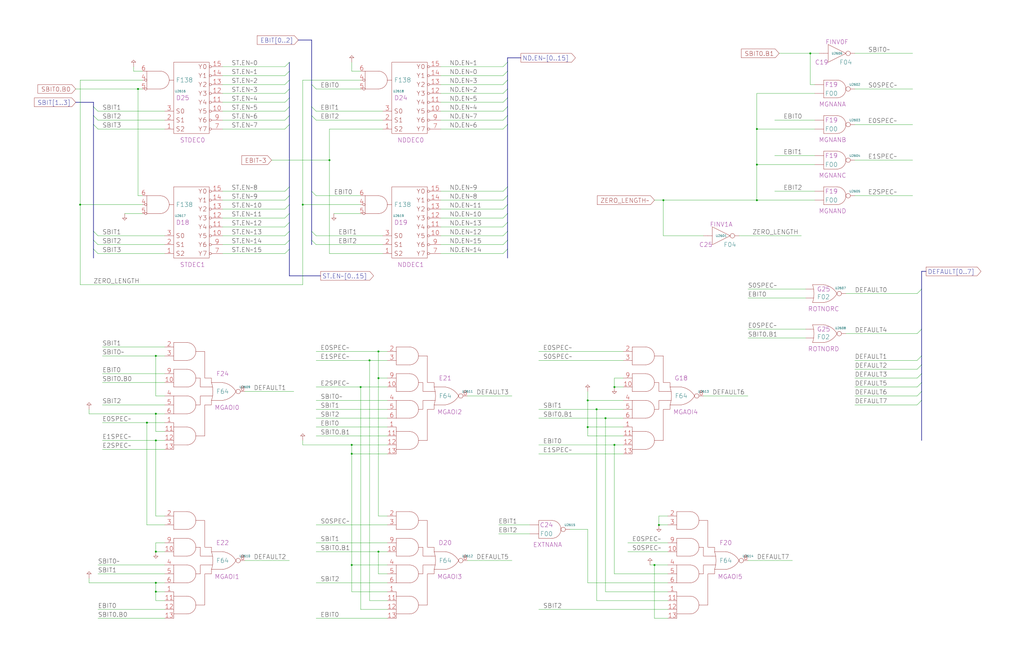
<source format=kicad_sch>
(kicad_sch (version 20250114) (generator "eeschema") (generator_version "9.0")
  (paper "User" 584.2 378.46)
  (title_block (title "MERGE MASK BYTE CONTROL") (date "20-MAR-90") (rev "1.0") (comment 1 "FIU") (comment 2 "232-003065") (comment 3 "S400") (comment 4 "RELEASED"))
  (lib_symbols
    (symbol "r1000:F00" (pin_numbers (hide yes)) (pin_names (hide yes))
      (property "Reference" "U" (at 15.24 0 0))
      (property "Value" "F00" (at 1.905 -5.08 0))
      (property "Location" "___" (at 1.905 0 0))
      (property "Name" "______" (at 2.54 -12.7 0))
      (symbol "F00_0_1"
        (polyline (pts (xy -2.54 2.54) (xy -2.54 -7.62)) (stroke (width 0.1524)))
        (polyline (pts (xy -2.54 2.54) (xy 5.08 2.54)) (stroke (width 0.1524)))
        (polyline (pts (xy -2.54 -7.62) (xy 5.08 -7.62)) (stroke (width 0.1524)))
        (arc (start 5.08 2.54) (mid 10.1281 -2.54) (end 5.08 -7.62) (stroke (width 0.1524)))
        (circle (center 11.43 -2.54) (radius 1.27) (stroke (width 0.1524)))
      )
      (symbol "F00_0_2"
        (arc (start -3.175 2.54) (mid -2.134 -2.54) (end -3.175 -7.62) (stroke (width 0.1524)))
        (circle (center -3.81 0) (radius 1.27) (stroke (width 0.1524)))
        (circle (center -3.81 -5.08) (radius 1.27) (stroke (width 0.1524)))
        (polyline (pts (xy -3.175 2.54) (xy 3.81 2.54)) (stroke (width 0.1524)))
        (polyline (pts (xy -3.175 -7.62) (xy 3.81 -7.62)) (stroke (width 0.1524)))
        (arc (start 3.81 2.54) (mid 7.5828 0.7472) (end 10.16 -2.54) (stroke (width 0.1524)))
        (arc (start 10.16 -2.54) (mid 7.5855 -5.8306) (end 3.81 -7.62) (stroke (width 0.1524)))
      )
      (symbol "F00_1_1"
        (pin input line (at -7.62 0 0) (length 5.08) (name "D0") (number "1"))
        (pin input line (at -7.62 -5.08 0) (length 5.08) (name "D1") (number "2"))
        (pin output line (at 15.24 -2.54 180) (length 2.54) (name "Q") (number "3"))
      )
      (symbol "F00_1_2"
        (pin input line (at -7.62 0 0) (length 2.54) (name "D0") (number "1"))
        (pin input line (at -7.62 -5.08 0) (length 2.54) (name "D1") (number "2"))
        (pin output line (at 15.24 -2.54 180) (length 5.08) (name "Q") (number "3"))
      )
    )
    (symbol "r1000:F02" (pin_numbers (hide yes)) (pin_names (hide yes))
      (property "Reference" "U" (at 12.16 0.635 0))
      (property "Value" "F02" (at -1.27 -4.445 0))
      (property "Location" "___" (at 2.54 0 0))
      (property "Name" "______" (at 2.54 -12.7 0))
      (symbol "F02_0_1"
        (arc (start -3.81 2.54) (mid -2.9847 -2.54) (end -3.81 -7.62) (stroke (width 0.1524)))
        (polyline (pts (xy -5.08 0) (xy -3.175 0)) (stroke (width 0.1524)))
        (polyline (pts (xy -5.08 -5.08) (xy -3.175 -5.08)) (stroke (width 0.1524)))
        (polyline (pts (xy -3.81 2.54) (xy 2.54 2.54)) (stroke (width 0.1524)))
        (polyline (pts (xy -3.81 -7.62) (xy 2.54 -7.62)) (stroke (width 0.1524)))
        (arc (start 2.54 2.54) (mid 6.9477 0.8966) (end 10.16 -2.54) (stroke (width 0.1524)))
        (arc (start 10.16 -2.54) (mid 6.9515 -5.9823) (end 2.54 -7.62) (stroke (width 0.1524)))
        (circle (center 11.43 -2.54) (radius 1.27) (stroke (width 0.1524)))
        (polyline (pts (xy 13.97 -2.54) (xy 12.7 -2.54)) (stroke (width 0.1524)))
      )
      (symbol "F02_0_2"
        (circle (center -3.81 0) (radius 1.27) (stroke (width 0.1524)))
        (circle (center -3.81 -5.08) (radius 1.27) (stroke (width 0.1524)))
        (polyline (pts (xy -2.54 2.54) (xy -2.54 -7.62)) (stroke (width 0.1524)))
        (polyline (pts (xy -2.54 2.54) (xy 5.08 2.54)) (stroke (width 0.1524)))
        (polyline (pts (xy -2.54 -7.62) (xy 5.08 -7.62)) (stroke (width 0.1524)))
        (arc (start 5.08 2.54) (mid 10.1281 -2.54) (end 5.08 -7.62) (stroke (width 0.1524)))
        (polyline (pts (xy 11.43 -2.54) (xy 10.16 -2.54)) (stroke (width 0.1524)))
        (polyline (pts (xy 11.43 -2.54) (xy 12.7 -2.54)) (stroke (width 0.1524)))
      )
      (symbol "F02_1_1"
        (pin input line (at -7.62 0 0) (length 2.54) (name "D0") (number "1"))
        (pin input line (at -7.62 -5.08 0) (length 2.54) (name "D1") (number "2"))
        (pin output line (at 15.24 -2.54 180) (length 1.27) (name "Q") (number "3"))
      )
      (symbol "F02_1_2"
        (pin input line (at -7.62 0 0) (length 2.54) (name "D0") (number "1"))
        (pin input line (at -7.62 -5.08 0) (length 2.54) (name "D1") (number "2"))
        (pin output line (at 15.24 -2.54 180) (length 2.54) (name "Q") (number "3"))
      )
    )
    (symbol "r1000:F04" (pin_numbers (hide yes)) (pin_names (hide yes))
      (property "Reference" "U" (at 0 0 0))
      (property "Value" "F04" (at 1.27 -5.08 0))
      (property "Location" "___" (at -12.7 -5.08 0))
      (property "Name" "______" (at 0 5.08 0))
      (symbol "F04_0_1"
        (polyline (pts (xy -7.62 0) (xy -5.08 0)) (stroke (width 0.1524)))
        (polyline (pts (xy -5.08 5.08) (xy -5.08 -5.08)) (stroke (width 0.1524)))
        (polyline (pts (xy 5.08 0) (xy -5.08 5.08)) (stroke (width 0.1524)))
        (polyline (pts (xy 5.08 0) (xy -5.08 -5.08)) (stroke (width 0.1524)))
        (circle (center 6.35 0) (radius 1.27) (stroke (width 0.1524)))
      )
      (symbol "F04_1_1"
        (pin input line (at -10.16 0 0) (length 2.54) (name "D0") (number "1"))
        (pin output line (at 10.16 0 180) (length 2.54) (name "Q") (number "2"))
      )
    )
    (symbol "r1000:F138" (pin_names (offset 1.016) (hide yes))
      (property "Reference" "U" (at 1.27 3.81 0))
      (property "Value" "F138" (at -1.27 10.16 0))
      (property "Location" "___" (at -1.27 0 0))
      (property "Name" "______" (at 8.255 -24.13 0))
      (symbol "F138_0_0"
        (polyline (pts (xy -17.78 15.24) (xy -10.16 15.24)) (stroke (width 0.1524)))
        (polyline (pts (xy -17.78 5.08) (xy -10.16 5.08)) (stroke (width 0.1524)))
        (arc (start -10.16 15.24) (mid -6.5679 13.7521) (end -5.08 10.16) (stroke (width 0.1524)))
        (arc (start -5.08 10.16) (mid -6.5679 6.5679) (end -10.16 5.08) (stroke (width 0.1524)))
      )
      (symbol "F138_0_1"
        (polyline (pts (xy -19.05 15.24) (xy -17.78 15.24)) (stroke (width 0.1524)))
        (circle (center -18.415 10.16) (radius 0.635) (stroke (width 0.1524)))
        (circle (center -18.415 5.08) (radius 0.635) (stroke (width 0.1524)))
        (polyline (pts (xy -17.78 15.24) (xy -17.78 5.08)) (stroke (width 0.1524)))
        (rectangle (start -2.54 20.32) (end 17.78 -20.32) (stroke (width 0.1524)))
        (polyline (pts (xy -2.54 10.16) (xy -5.08 10.16)) (stroke (width 0.1524)))
      )
      (symbol "F138_1_1"
        (circle (center 18.415 17.78) (radius 0.635))
        (circle (center 18.415 12.7) (radius 0.635))
        (circle (center 18.415 7.62) (radius 0.635))
        (circle (center 18.415 2.54) (radius 0.635))
        (circle (center 18.415 -2.54) (radius 0.635))
        (circle (center 18.415 -7.62) (radius 0.635))
        (circle (center 18.415 -12.7) (radius 0.635))
        (circle (center 18.415 -17.78) (radius 0.635))
        (text "S" (at 0 -7.62 0) (effects (font (size 2.54 2.54))))
        (text "S" (at 0 -12.7 0) (effects (font (size 2.54 2.54))))
        (text "S" (at 0 -17.78 0) (effects (font (size 2.54 2.54))))
        (text "0" (at 2.54 -7.62 0) (effects (font (size 2.54 2.54))))
        (text "1" (at 2.54 -12.7 0) (effects (font (size 2.54 2.54))))
        (text "2" (at 2.54 -17.78 0) (effects (font (size 2.54 2.54))))
        (text "Y" (at 12.7 17.78 0) (effects (font (size 2.54 2.54))))
        (text "Y" (at 12.7 12.7 0) (effects (font (size 2.54 2.54))))
        (text "Y" (at 12.7 7.62 0) (effects (font (size 2.54 2.54))))
        (text "Y" (at 12.7 2.54 0) (effects (font (size 2.54 2.54))))
        (text "Y" (at 12.7 -2.54 0) (effects (font (size 2.54 2.54))))
        (text "Y" (at 12.7 -7.62 0) (effects (font (size 2.54 2.54))))
        (text "Y" (at 12.7 -12.7 0) (effects (font (size 2.54 2.54))))
        (text "Y" (at 12.7 -17.78 0) (effects (font (size 2.54 2.54))))
        (text "0" (at 15.24 17.78 0) (effects (font (size 2.54 2.54))))
        (text "1" (at 15.24 12.7 0) (effects (font (size 2.54 2.54))))
        (text "2" (at 15.24 7.62 0) (effects (font (size 2.54 2.54))))
        (text "3" (at 15.24 2.54 0) (effects (font (size 2.54 2.54))))
        (text "4" (at 15.24 -2.54 0) (effects (font (size 2.54 2.54))))
        (text "5" (at 15.24 -7.62 0) (effects (font (size 2.54 2.54))))
        (text "6" (at 15.24 -12.7 0) (effects (font (size 2.54 2.54))))
        (text "7" (at 15.24 -17.78 0) (effects (font (size 2.54 2.54))))
        (pin input line (at -20.32 15.24 0) (length 1.27) (name "D0") (number "6"))
        (pin input line (at -20.32 10.16 0) (length 1.27) (name "D1") (number "4"))
        (pin input line (at -20.32 5.08 0) (length 1.27) (name "D2") (number "5"))
        (pin input line (at -7.62 -7.62 0) (length 5.08) (name "S0") (number "3"))
        (pin input line (at -7.62 -12.7 0) (length 5.08) (name "S1") (number "2"))
        (pin input line (at -7.62 -17.78 0) (length 5.08) (name "S2") (number "1"))
        (pin output line (at 25.4 17.78 180) (length 6.35) (name "Y0_") (number "15"))
        (pin output line (at 25.4 12.7 180) (length 6.35) (name "Y1_") (number "14"))
        (pin output line (at 25.4 7.62 180) (length 6.35) (name "Y2_") (number "13"))
        (pin output line (at 25.4 2.54 180) (length 6.35) (name "Y3_") (number "12"))
        (pin output line (at 25.4 -2.54 180) (length 6.35) (name "Y4_") (number "11"))
        (pin output line (at 25.4 -7.62 180) (length 6.35) (name "Y5_") (number "10"))
        (pin output line (at 25.4 -12.7 180) (length 6.35) (name "Y6_") (number "9"))
        (pin output line (at 25.4 -17.78 180) (length 6.35) (name "Y7_") (number "7"))
      )
    )
    (symbol "r1000:F64" (pin_names (hide yes))
      (property "Reference" "U" (at 15.24 2.54 0))
      (property "Value" "F64" (at 2.54 0 0))
      (property "Location" "___" (at 2.54 10.16 0))
      (property "Name" "______" (at 5.08 -10.62 0))
      (symbol "F64_0_0"
        (polyline (pts (xy -25.4 27.94) (xy -17.78 27.94)) (stroke (width 0.1524)))
        (polyline (pts (xy -25.4 17.78) (xy -17.78 17.78)) (stroke (width 0.1524)))
        (polyline (pts (xy -25.4 12.7) (xy -17.78 12.7)) (stroke (width 0.1524)))
        (polyline (pts (xy -25.4 2.54) (xy -17.78 2.54)) (stroke (width 0.1524)))
        (polyline (pts (xy -25.4 -2.54) (xy -17.78 -2.54)) (stroke (width 0.1524)))
        (polyline (pts (xy -25.4 -12.7) (xy -17.78 -12.7)) (stroke (width 0.1524)))
        (polyline (pts (xy -25.4 -20.32) (xy -17.78 -20.32)) (stroke (width 0.1524)))
        (polyline (pts (xy -25.4 -30.48) (xy -17.78 -30.48)) (stroke (width 0.1524)))
        (arc (start -3.8173 5.08) (mid -2.9926 0) (end -3.8173 -5.08) (stroke (width 0.1524)))
        (arc (start -17.78 27.94) (mid -14.1879 26.4521) (end -12.7 22.86) (stroke (width 0.1524)))
        (arc (start -12.7 22.86) (mid -14.1879 19.2679) (end -17.78 17.78) (stroke (width 0.1524)))
        (arc (start -17.78 12.7) (mid -14.1879 11.2121) (end -12.7 7.62) (stroke (width 0.1524)))
        (arc (start -12.7 7.62) (mid -14.1879 4.0279) (end -17.78 2.54) (stroke (width 0.1524)))
        (arc (start -17.78 -2.54) (mid -14.1879 -4.0279) (end -12.7 -7.62) (stroke (width 0.1524)))
        (arc (start -12.7 -7.62) (mid -14.1879 -11.2121) (end -17.78 -12.7) (stroke (width 0.1524)))
        (arc (start -17.78 -20.32) (mid -14.1879 -21.8079) (end -12.7 -25.4) (stroke (width 0.1524)))
        (arc (start -12.7 -25.4) (mid -14.1879 -28.9921) (end -17.78 -30.48) (stroke (width 0.1524)))
        (polyline (pts (xy -3.81 5.08) (xy 2.54 5.08)) (stroke (width 0.1524)))
        (polyline (pts (xy -3.81 -5.08) (xy 2.54 -5.08)) (stroke (width 0.1524)))
        (arc (start 10.16 0) (mid 6.9504 -3.4407) (end 2.54 -5.08) (stroke (width 0.1524)))
        (arc (start 2.54 5.08) (mid 6.9516 3.4424) (end 10.16 0) (stroke (width 0.1524)))
        (circle (center 11.43 0) (radius 1.27) (stroke (width 0.1524)))
      )
      (symbol "F64_0_1"
        (polyline (pts (xy -25.4 27.94) (xy -25.4 17.78)) (stroke (width 0.1524)))
        (polyline (pts (xy -25.4 12.7) (xy -25.4 2.54)) (stroke (width 0.1524)))
        (polyline (pts (xy -25.4 -2.54) (xy -25.4 -12.7)) (stroke (width 0.1524)))
        (polyline (pts (xy -25.4 -17.78) (xy -25.4 -20.32)) (stroke (width 0.1524)))
        (polyline (pts (xy -25.4 -20.32) (xy -25.4 -30.48)) (stroke (width 0.1524)))
        (polyline (pts (xy -25.4 -33.02) (xy -25.4 -30.48)) (stroke (width 0.1524)))
        (polyline (pts (xy -12.7 7.62) (xy -10.16 7.62) (xy -10.16 2.54) (xy -5.08 2.54)) (stroke (width 0.1524)))
        (polyline (pts (xy -12.7 -7.62) (xy -12.7 -7.62)) (stroke (width 0.1524)))
        (polyline (pts (xy -12.7 -7.62) (xy -10.16 -7.62) (xy -10.16 -2.54) (xy -5.08 -2.54)) (stroke (width 0.1524)))
        (polyline (pts (xy -5.08 2.54) (xy -3.175 2.54)) (stroke (width 0.1524)))
        (polyline (pts (xy -5.08 -2.54) (xy -3.175 -2.54)) (stroke (width 0.1524)))
        (polyline (pts (xy -3.81 5.08) (xy -3.81 7.62) (xy -7.62 7.62) (xy -7.62 22.86) (xy -12.7 22.86)) (stroke (width 0.1524)))
        (polyline (pts (xy -3.81 -5.08) (xy -3.81 -7.62) (xy -7.62 -7.62) (xy -7.62 -25.4) (xy -12.7 -25.4)) (stroke (width 0.1524)))
      )
      (symbol "F64_1_1"
        (pin input line (at -30.48 25.4 0) (length 5.08) (name "A0") (number "2"))
        (pin input line (at -30.48 20.32 0) (length 5.08) (name "A1") (number "3"))
        (pin input line (at -30.48 10.16 0) (length 5.08) (name "B0") (number "9"))
        (pin input line (at -30.48 5.08 0) (length 5.08) (name "B1") (number "10"))
        (pin input line (at -30.48 -2.54 0) (length 5.08) (name "C0") (number "4"))
        (pin input line (at -30.48 -7.62 0) (length 5.08) (name "C1") (number "5"))
        (pin input line (at -30.48 -12.7 0) (length 5.08) (name "C2") (number "6"))
        (pin input line (at -30.48 -17.78 0) (length 5.08) (name "D0") (number "1"))
        (pin input line (at -30.48 -22.86 0) (length 5.08) (name "D1") (number "11"))
        (pin input line (at -30.48 -27.94 0) (length 5.08) (name "D2") (number "12"))
        (pin input line (at -30.48 -33.02 0) (length 5.08) (name "D3") (number "13"))
        (pin output line (at 15.24 0 180) (length 2.54) (name "Q") (number "8"))
      )
    )
    (symbol "r1000:PD" (power) (pin_numbers (hide yes)) (pin_names (hide yes)) (in_bom no)
      (symbol "PD_0_1"
        (polyline (pts (xy 0 -2.54) (xy 1.27 -2.54) (xy 0 -3.81) (xy -1.27 -2.54) (xy 0 -2.54)) (stroke (width 0.1524)))
      )
      (symbol "PD_1_1"
        (pin power_in line (at 0 0 270) (length 2.54) (name "PD") (number "1"))
      )
    )
    (symbol "r1000:PU" (power) (pin_numbers (hide yes)) (pin_names (hide yes))
      (symbol "PU_0_1"
        (polyline (pts (xy 0 2.54) (xy -1.27 2.54) (xy 0 3.81) (xy 1.27 2.54) (xy 0 2.54)) (stroke (width 0.1524)))
      )
      (symbol "PU_1_1"
        (pin power_in line (at 0 0 90) (length 2.54) (name "PU") (number "1"))
      )
    )
  )
  (junction (at 88.9 337.82))
  (junction (at 172.72 116.84))
  (junction (at 350.52 254))
  (junction (at 187.96 91.44))
  (junction (at 215.9 200.66))
  (junction (at 88.9 236.22))
  (junction (at 88.9 332.74))
  (junction (at 78.74 50.8))
  (junction (at 375.92 299.72))
  (junction (at 88.9 314.96))
  (junction (at 345.44 238.76))
  (junction (at 462.28 30.48))
  (junction (at 210.82 205.74))
  (junction (at 215.9 215.9))
  (junction (at 335.28 243.84))
  (junction (at 215.9 314.96))
  (junction (at 431.8 73.66))
  (junction (at 340.36 233.68))
  (junction (at 431.8 114.3))
  (junction (at 200.66 322.58))
  (junction (at 378.46 114.3))
  (junction (at 335.28 228.6))
  (junction (at 200.66 259.08))
  (junction (at 88.9 203.2))
  (junction (at 205.74 220.98))
  (junction (at 200.66 254))
  (junction (at 45.72 116.84))
  (junction (at 83.82 241.3))
  (junction (at 88.9 251.46))
  (junction (at 431.8 93.98))
  (junction (at 350.52 220.98))
  (junction (at 373.38 322.58))
  (bus_entry (at 165.1 60.96) (size -2.54 2.54))
  (bus_entry (at 525.78 165.1) (size -2.54 2.54))
  (bus_entry (at 289.56 106.68) (size -2.54 2.54))
  (bus_entry (at 165.1 137.16) (size -2.54 2.54))
  (bus_entry (at 53.34 142.24) (size 2.54 2.54))
  (bus_entry (at 289.56 50.8) (size -2.54 2.54))
  (bus_entry (at 53.34 71.12) (size 2.54 2.54))
  (bus_entry (at 525.78 187.96) (size -2.54 2.54))
  (bus_entry (at 525.78 208.28) (size -2.54 2.54))
  (bus_entry (at 165.1 121.92) (size -2.54 2.54))
  (bus_entry (at 289.56 60.96) (size -2.54 2.54))
  (bus_entry (at 289.56 127) (size -2.54 2.54))
  (bus_entry (at 53.34 132.08) (size 2.54 2.54))
  (bus_entry (at 289.56 137.16) (size -2.54 2.54))
  (bus_entry (at 53.34 60.96) (size 2.54 2.54))
  (bus_entry (at 165.1 66.04) (size -2.54 2.54))
  (bus_entry (at 289.56 142.24) (size -2.54 2.54))
  (bus_entry (at 289.56 40.64) (size -2.54 2.54))
  (bus_entry (at 165.1 111.76) (size -2.54 2.54))
  (bus_entry (at 165.1 132.08) (size -2.54 2.54))
  (bus_entry (at 165.1 116.84) (size -2.54 2.54))
  (bus_entry (at 289.56 121.92) (size -2.54 2.54))
  (bus_entry (at 165.1 40.64) (size -2.54 2.54))
  (bus_entry (at 177.8 48.26) (size 2.54 2.54))
  (bus_entry (at 165.1 142.24) (size -2.54 2.54))
  (bus_entry (at 177.8 137.16) (size 2.54 2.54))
  (bus_entry (at 165.1 50.8) (size -2.54 2.54))
  (bus_entry (at 165.1 55.88) (size -2.54 2.54))
  (bus_entry (at 525.78 218.44) (size -2.54 2.54))
  (bus_entry (at 289.56 55.88) (size -2.54 2.54))
  (bus_entry (at 525.78 213.36) (size -2.54 2.54))
  (bus_entry (at 53.34 137.16) (size 2.54 2.54))
  (bus_entry (at 165.1 45.72) (size -2.54 2.54))
  (bus_entry (at 53.34 66.04) (size 2.54 2.54))
  (bus_entry (at 177.8 109.22) (size 2.54 2.54))
  (bus_entry (at 525.78 228.6) (size -2.54 2.54))
  (bus_entry (at 165.1 71.12) (size -2.54 2.54))
  (bus_entry (at 289.56 35.56) (size -2.54 2.54))
  (bus_entry (at 177.8 60.96) (size 2.54 2.54))
  (bus_entry (at 177.8 66.04) (size 2.54 2.54))
  (bus_entry (at 289.56 111.76) (size -2.54 2.54))
  (bus_entry (at 289.56 45.72) (size -2.54 2.54))
  (bus_entry (at 525.78 223.52) (size -2.54 2.54))
  (bus_entry (at 165.1 127) (size -2.54 2.54))
  (bus_entry (at 289.56 66.04) (size -2.54 2.54))
  (bus_entry (at 289.56 116.84) (size -2.54 2.54))
  (bus_entry (at 289.56 132.08) (size -2.54 2.54))
  (bus_entry (at 525.78 203.2) (size -2.54 2.54))
  (bus_entry (at 289.56 71.12) (size -2.54 2.54))
  (bus_entry (at 165.1 35.56) (size -2.54 2.54))
  (bus_entry (at 177.8 132.08) (size 2.54 2.54))
  (bus_entry (at 165.1 106.68) (size -2.54 2.54))
  (wire (pts (xy 58.42 203.2) (xy 88.9 203.2)))
  (bus (pts (xy 289.56 132.08) (xy 289.56 137.16)))
  (wire (pts (xy 50.8 236.22) (xy 88.9 236.22)))
  (wire (pts (xy 335.28 243.84) (xy 335.28 228.6)))
  (bus (pts (xy 289.56 121.92) (xy 289.56 127)))
  (bus (pts (xy 43.18 58.42) (xy 53.34 58.42)))
  (wire (pts (xy 218.44 73.66) (xy 187.96 73.66)))
  (wire (pts (xy 441.96 68.58) (xy 464.82 68.58)))
  (wire (pts (xy 375.92 294.64) (xy 375.92 299.72)))
  (bus (pts (xy 165.1 157.48) (xy 182.88 157.48)))
  (wire (pts (xy 251.46 48.26) (xy 287.02 48.26)))
  (bus (pts (xy 525.78 223.52) (xy 525.78 228.6)))
  (wire (pts (xy 375.92 299.72) (xy 381 299.72)))
  (wire (pts (xy 215.9 294.64) (xy 215.9 215.9)))
  (wire (pts (xy 55.88 327.66) (xy 93.98 327.66)))
  (wire (pts (xy 180.34 68.58) (xy 218.44 68.58)))
  (wire (pts (xy 200.66 254) (xy 220.98 254)))
  (wire (pts (xy 200.66 259.08) (xy 200.66 254)))
  (wire (pts (xy 482.6 167.64) (xy 523.24 167.64)))
  (wire (pts (xy 464.82 53.34) (xy 431.8 53.34)))
  (wire (pts (xy 172.72 45.72) (xy 205.74 45.72)))
  (wire (pts (xy 251.46 134.62) (xy 287.02 134.62)))
  (wire (pts (xy 345.44 238.76) (xy 355.6 238.76)))
  (wire (pts (xy 373.38 353.06) (xy 381 353.06)))
  (wire (pts (xy 127 139.7) (xy 162.56 139.7)))
  (wire (pts (xy 431.8 93.98) (xy 431.8 114.3)))
  (wire (pts (xy 345.44 337.82) (xy 345.44 238.76)))
  (wire (pts (xy 180.34 248.92) (xy 220.98 248.92)))
  (wire (pts (xy 251.46 53.34) (xy 287.02 53.34)))
  (bus (pts (xy 289.56 33.02) (xy 289.56 35.56)))
  (wire (pts (xy 127 43.18) (xy 162.56 43.18)))
  (wire (pts (xy 200.66 322.58) (xy 200.66 259.08)))
  (wire (pts (xy 218.44 144.78) (xy 187.96 144.78)))
  (wire (pts (xy 251.46 68.58) (xy 287.02 68.58)))
  (wire (pts (xy 381 327.66) (xy 350.52 327.66)))
  (wire (pts (xy 378.46 114.3) (xy 431.8 114.3)))
  (wire (pts (xy 205.74 347.98) (xy 205.74 220.98)))
  (wire (pts (xy 88.9 337.82) (xy 88.9 332.74)))
  (bus (pts (xy 289.56 66.04) (xy 289.56 71.12)))
  (wire (pts (xy 431.8 73.66) (xy 431.8 93.98)))
  (wire (pts (xy 421.64 134.62) (xy 457.2 134.62)))
  (wire (pts (xy 55.88 73.66) (xy 93.98 73.66)))
  (wire (pts (xy 81.28 45.72) (xy 45.72 45.72)))
  (wire (pts (xy 55.88 353.06) (xy 93.98 353.06)))
  (bus (pts (xy 165.1 111.76) (xy 165.1 116.84)))
  (wire (pts (xy 55.88 347.98) (xy 93.98 347.98)))
  (wire (pts (xy 307.34 347.98) (xy 381 347.98)))
  (wire (pts (xy 180.34 314.96) (xy 215.9 314.96)))
  (bus (pts (xy 289.56 33.02) (xy 297.18 33.02)))
  (wire (pts (xy 355.6 248.92) (xy 335.28 248.92)))
  (wire (pts (xy 220.98 337.82) (xy 200.66 337.82)))
  (wire (pts (xy 93.98 226.06) (xy 88.9 226.06)))
  (wire (pts (xy 93.98 299.72) (xy 83.82 299.72)))
  (wire (pts (xy 200.66 40.64) (xy 200.66 35.56)))
  (wire (pts (xy 58.42 251.46) (xy 88.9 251.46)))
  (wire (pts (xy 55.88 139.7) (xy 93.98 139.7)))
  (wire (pts (xy 335.28 228.6) (xy 355.6 228.6)))
  (wire (pts (xy 180.34 299.72) (xy 220.98 299.72)))
  (bus (pts (xy 53.34 60.96) (xy 53.34 66.04)))
  (wire (pts (xy 205.74 40.64) (xy 200.66 40.64)))
  (bus (pts (xy 525.78 154.94) (xy 525.78 165.1)))
  (bus (pts (xy 177.8 60.96) (xy 177.8 66.04)))
  (wire (pts (xy 307.34 259.08) (xy 355.6 259.08)))
  (wire (pts (xy 127 58.42) (xy 162.56 58.42)))
  (wire (pts (xy 83.82 299.72) (xy 83.82 241.3)))
  (wire (pts (xy 251.46 38.1) (xy 287.02 38.1)))
  (bus (pts (xy 289.56 50.8) (xy 289.56 55.88)))
  (wire (pts (xy 180.34 233.68) (xy 220.98 233.68)))
  (wire (pts (xy 127 129.54) (xy 162.56 129.54)))
  (wire (pts (xy 431.8 114.3) (xy 464.82 114.3)))
  (bus (pts (xy 53.34 58.42) (xy 53.34 60.96)))
  (wire (pts (xy 307.34 254) (xy 350.52 254)))
  (wire (pts (xy 205.74 220.98) (xy 220.98 220.98)))
  (wire (pts (xy 190.5 121.92) (xy 205.74 121.92)))
  (wire (pts (xy 71.12 121.92) (xy 81.28 121.92)))
  (wire (pts (xy 127 73.66) (xy 162.56 73.66)))
  (wire (pts (xy 172.72 254) (xy 172.72 251.46)))
  (bus (pts (xy 165.1 116.84) (xy 165.1 121.92)))
  (bus (pts (xy 177.8 22.86) (xy 177.8 48.26)))
  (wire (pts (xy 180.34 238.76) (xy 220.98 238.76)))
  (wire (pts (xy 127 124.46) (xy 162.56 124.46)))
  (wire (pts (xy 215.9 200.66) (xy 220.98 200.66)))
  (bus (pts (xy 165.1 60.96) (xy 165.1 66.04)))
  (wire (pts (xy 220.98 215.9) (xy 215.9 215.9)))
  (bus (pts (xy 177.8 48.26) (xy 177.8 60.96)))
  (wire (pts (xy 381 322.58) (xy 373.38 322.58)))
  (bus (pts (xy 289.56 55.88) (xy 289.56 60.96)))
  (bus (pts (xy 53.34 142.24) (xy 53.34 147.32)))
  (wire (pts (xy 401.32 226.06) (xy 426.72 226.06)))
  (wire (pts (xy 464.82 48.26) (xy 462.28 48.26)))
  (wire (pts (xy 340.36 342.9) (xy 340.36 233.68)))
  (wire (pts (xy 355.6 215.9) (xy 350.52 215.9)))
  (bus (pts (xy 289.56 106.68) (xy 289.56 111.76)))
  (wire (pts (xy 251.46 58.42) (xy 287.02 58.42)))
  (wire (pts (xy 139.7 320.04) (xy 165.1 320.04)))
  (bus (pts (xy 165.1 40.64) (xy 165.1 45.72)))
  (bus (pts (xy 525.78 208.28) (xy 525.78 213.36)))
  (wire (pts (xy 462.28 30.48) (xy 462.28 48.26)))
  (wire (pts (xy 88.9 246.38) (xy 88.9 236.22)))
  (wire (pts (xy 370.84 322.58) (xy 373.38 322.58)))
  (wire (pts (xy 487.68 215.9) (xy 523.24 215.9)))
  (wire (pts (xy 205.74 116.84) (xy 172.72 116.84)))
  (bus (pts (xy 165.1 121.92) (xy 165.1 127)))
  (bus (pts (xy 289.56 137.16) (xy 289.56 142.24)))
  (wire (pts (xy 251.46 109.22) (xy 287.02 109.22)))
  (wire (pts (xy 88.9 251.46) (xy 93.98 251.46)))
  (wire (pts (xy 93.98 294.64) (xy 88.9 294.64)))
  (wire (pts (xy 88.9 337.82) (xy 93.98 337.82)))
  (bus (pts (xy 177.8 66.04) (xy 177.8 109.22)))
  (wire (pts (xy 335.28 223.52) (xy 335.28 228.6)))
  (wire (pts (xy 187.96 144.78) (xy 187.96 91.44)))
  (wire (pts (xy 266.7 226.06) (xy 292.1 226.06)))
  (wire (pts (xy 373.38 322.58) (xy 373.38 353.06)))
  (wire (pts (xy 180.34 134.62) (xy 218.44 134.62)))
  (wire (pts (xy 50.8 332.74) (xy 88.9 332.74)))
  (wire (pts (xy 251.46 114.3) (xy 287.02 114.3)))
  (wire (pts (xy 81.28 40.64) (xy 76.2 40.64)))
  (wire (pts (xy 58.42 241.3) (xy 83.82 241.3)))
  (bus (pts (xy 165.1 66.04) (xy 165.1 71.12)))
  (wire (pts (xy 350.52 254) (xy 355.6 254)))
  (wire (pts (xy 172.72 116.84) (xy 172.72 162.56)))
  (wire (pts (xy 180.34 353.06) (xy 220.98 353.06)))
  (bus (pts (xy 53.34 66.04) (xy 53.34 71.12)))
  (wire (pts (xy 426.72 170.18) (xy 459.74 170.18)))
  (wire (pts (xy 350.52 220.98) (xy 355.6 220.98)))
  (wire (pts (xy 487.68 220.98) (xy 523.24 220.98)))
  (wire (pts (xy 180.34 200.66) (xy 215.9 200.66)))
  (wire (pts (xy 350.52 215.9) (xy 350.52 220.98)))
  (wire (pts (xy 180.34 220.98) (xy 205.74 220.98)))
  (bus (pts (xy 53.34 132.08) (xy 53.34 137.16)))
  (bus (pts (xy 289.56 127) (xy 289.56 132.08)))
  (wire (pts (xy 307.34 205.74) (xy 355.6 205.74)))
  (bus (pts (xy 165.1 132.08) (xy 165.1 137.16)))
  (wire (pts (xy 127 38.1) (xy 162.56 38.1)))
  (wire (pts (xy 180.34 111.76) (xy 205.74 111.76)))
  (bus (pts (xy 165.1 142.24) (xy 165.1 157.48)))
  (wire (pts (xy 127 53.34) (xy 162.56 53.34)))
  (wire (pts (xy 180.34 332.74) (xy 220.98 332.74)))
  (wire (pts (xy 487.68 111.76) (xy 520.7 111.76)))
  (bus (pts (xy 165.1 50.8) (xy 165.1 55.88)))
  (wire (pts (xy 358.14 309.88) (xy 381 309.88)))
  (wire (pts (xy 88.9 309.88) (xy 88.9 314.96)))
  (wire (pts (xy 200.66 337.82) (xy 200.66 322.58)))
  (wire (pts (xy 284.48 304.8) (xy 302.26 304.8)))
  (wire (pts (xy 220.98 327.66) (xy 215.9 327.66)))
  (wire (pts (xy 487.68 50.8) (xy 520.7 50.8)))
  (wire (pts (xy 93.98 342.9) (xy 88.9 342.9)))
  (wire (pts (xy 58.42 213.36) (xy 93.98 213.36)))
  (wire (pts (xy 335.28 332.74) (xy 381 332.74)))
  (bus (pts (xy 525.78 154.94) (xy 528.32 154.94)))
  (wire (pts (xy 127 109.22) (xy 162.56 109.22)))
  (wire (pts (xy 172.72 254) (xy 200.66 254)))
  (wire (pts (xy 220.98 294.64) (xy 215.9 294.64)))
  (wire (pts (xy 431.8 93.98) (xy 464.82 93.98)))
  (wire (pts (xy 482.6 190.5) (xy 523.24 190.5)))
  (wire (pts (xy 127 114.3) (xy 162.56 114.3)))
  (wire (pts (xy 172.72 45.72) (xy 172.72 116.84)))
  (wire (pts (xy 251.46 63.5) (xy 287.02 63.5)))
  (wire (pts (xy 55.88 322.58) (xy 93.98 322.58)))
  (wire (pts (xy 81.28 111.76) (xy 78.74 111.76)))
  (wire (pts (xy 251.46 73.66) (xy 287.02 73.66)))
  (wire (pts (xy 444.5 30.48) (xy 462.28 30.48)))
  (wire (pts (xy 127 63.5) (xy 162.56 63.5)))
  (wire (pts (xy 426.72 193.04) (xy 459.74 193.04)))
  (bus (pts (xy 165.1 55.88) (xy 165.1 60.96)))
  (bus (pts (xy 165.1 35.56) (xy 165.1 40.64)))
  (wire (pts (xy 340.36 233.68) (xy 355.6 233.68)))
  (wire (pts (xy 45.72 162.56) (xy 172.72 162.56)))
  (wire (pts (xy 431.8 53.34) (xy 431.8 73.66)))
  (wire (pts (xy 127 144.78) (xy 162.56 144.78)))
  (wire (pts (xy 307.34 233.68) (xy 340.36 233.68)))
  (bus (pts (xy 177.8 137.16) (xy 177.8 139.7)))
  (bus (pts (xy 525.78 228.6) (xy 525.78 251.46)))
  (wire (pts (xy 50.8 332.74) (xy 50.8 330.2)))
  (bus (pts (xy 289.56 142.24) (xy 289.56 147.32)))
  (wire (pts (xy 215.9 314.96) (xy 220.98 314.96)))
  (wire (pts (xy 45.72 116.84) (xy 45.72 162.56)))
  (wire (pts (xy 78.74 111.76) (xy 78.74 50.8)))
  (wire (pts (xy 358.14 314.96) (xy 381 314.96)))
  (wire (pts (xy 127 68.58) (xy 162.56 68.58)))
  (wire (pts (xy 50.8 236.22) (xy 50.8 233.68)))
  (wire (pts (xy 426.72 320.04) (xy 452.12 320.04)))
  (wire (pts (xy 127 48.26) (xy 162.56 48.26)))
  (wire (pts (xy 58.42 256.54) (xy 93.98 256.54)))
  (wire (pts (xy 180.34 205.74) (xy 210.82 205.74)))
  (bus (pts (xy 525.78 187.96) (xy 525.78 203.2)))
  (wire (pts (xy 127 134.62) (xy 162.56 134.62)))
  (wire (pts (xy 55.88 63.5) (xy 93.98 63.5)))
  (bus (pts (xy 525.78 218.44) (xy 525.78 223.52)))
  (bus (pts (xy 525.78 165.1) (xy 525.78 187.96)))
  (wire (pts (xy 58.42 198.12) (xy 93.98 198.12)))
  (wire (pts (xy 55.88 68.58) (xy 93.98 68.58)))
  (wire (pts (xy 88.9 226.06) (xy 88.9 203.2)))
  (wire (pts (xy 487.68 210.82) (xy 523.24 210.82)))
  (wire (pts (xy 55.88 134.62) (xy 93.98 134.62)))
  (wire (pts (xy 441.96 88.9) (xy 464.82 88.9)))
  (bus (pts (xy 289.56 71.12) (xy 289.56 106.68)))
  (wire (pts (xy 180.34 309.88) (xy 220.98 309.88)))
  (wire (pts (xy 426.72 165.1) (xy 459.74 165.1)))
  (wire (pts (xy 55.88 144.78) (xy 93.98 144.78)))
  (bus (pts (xy 289.56 45.72) (xy 289.56 50.8)))
  (wire (pts (xy 58.42 218.44) (xy 93.98 218.44)))
  (wire (pts (xy 215.9 200.66) (xy 215.9 215.9)))
  (wire (pts (xy 76.2 40.64) (xy 76.2 38.1)))
  (wire (pts (xy 307.34 200.66) (xy 355.6 200.66)))
  (bus (pts (xy 289.56 111.76) (xy 289.56 116.84)))
  (wire (pts (xy 210.82 205.74) (xy 220.98 205.74)))
  (wire (pts (xy 93.98 309.88) (xy 88.9 309.88)))
  (wire (pts (xy 335.28 302.26) (xy 335.28 332.74)))
  (wire (pts (xy 187.96 91.44) (xy 154.94 91.44)))
  (wire (pts (xy 266.7 320.04) (xy 292.1 320.04)))
  (wire (pts (xy 43.18 50.8) (xy 78.74 50.8)))
  (wire (pts (xy 78.74 50.8) (xy 81.28 50.8)))
  (wire (pts (xy 462.28 30.48) (xy 467.36 30.48)))
  (bus (pts (xy 165.1 71.12) (xy 165.1 106.68)))
  (wire (pts (xy 220.98 322.58) (xy 200.66 322.58)))
  (wire (pts (xy 487.68 205.74) (xy 523.24 205.74)))
  (wire (pts (xy 58.42 231.14) (xy 93.98 231.14)))
  (wire (pts (xy 381 342.9) (xy 340.36 342.9)))
  (wire (pts (xy 180.34 228.6) (xy 220.98 228.6)))
  (bus (pts (xy 53.34 137.16) (xy 53.34 142.24)))
  (wire (pts (xy 401.32 134.62) (xy 378.46 134.62)))
  (wire (pts (xy 426.72 187.96) (xy 459.74 187.96)))
  (wire (pts (xy 335.28 243.84) (xy 355.6 243.84)))
  (wire (pts (xy 45.72 45.72) (xy 45.72 116.84)))
  (wire (pts (xy 139.7 223.52) (xy 167.64 223.52)))
  (bus (pts (xy 165.1 137.16) (xy 165.1 142.24)))
  (wire (pts (xy 187.96 73.66) (xy 187.96 91.44)))
  (wire (pts (xy 88.9 342.9) (xy 88.9 337.82)))
  (wire (pts (xy 215.9 327.66) (xy 215.9 314.96)))
  (wire (pts (xy 93.98 246.38) (xy 88.9 246.38)))
  (wire (pts (xy 284.48 299.72) (xy 302.26 299.72)))
  (bus (pts (xy 165.1 45.72) (xy 165.1 50.8)))
  (bus (pts (xy 289.56 116.84) (xy 289.56 121.92)))
  (wire (pts (xy 45.72 116.84) (xy 81.28 116.84)))
  (wire (pts (xy 350.52 327.66) (xy 350.52 254)))
  (bus (pts (xy 525.78 203.2) (xy 525.78 208.28)))
  (wire (pts (xy 251.46 129.54) (xy 287.02 129.54)))
  (wire (pts (xy 378.46 134.62) (xy 378.46 114.3)))
  (wire (pts (xy 127 119.38) (xy 162.56 119.38)))
  (bus (pts (xy 177.8 132.08) (xy 177.8 137.16)))
  (wire (pts (xy 180.34 243.84) (xy 220.98 243.84)))
  (wire (pts (xy 220.98 259.08) (xy 200.66 259.08)))
  (wire (pts (xy 88.9 236.22) (xy 93.98 236.22)))
  (wire (pts (xy 220.98 342.9) (xy 210.82 342.9)))
  (wire (pts (xy 335.28 248.92) (xy 335.28 243.84)))
  (bus (pts (xy 177.8 109.22) (xy 177.8 132.08)))
  (bus (pts (xy 53.34 71.12) (xy 53.34 132.08)))
  (bus (pts (xy 289.56 40.64) (xy 289.56 45.72)))
  (wire (pts (xy 487.68 30.48) (xy 520.7 30.48)))
  (wire (pts (xy 441.96 109.22) (xy 464.82 109.22)))
  (bus (pts (xy 289.56 35.56) (xy 289.56 40.64)))
  (bus (pts (xy 289.56 60.96) (xy 289.56 66.04)))
  (wire (pts (xy 88.9 332.74) (xy 93.98 332.74)))
  (wire (pts (xy 88.9 314.96) (xy 93.98 314.96)))
  (wire (pts (xy 487.68 231.14) (xy 523.24 231.14)))
  (wire (pts (xy 487.68 91.44) (xy 520.7 91.44)))
  (wire (pts (xy 487.68 71.12) (xy 520.7 71.12)))
  (wire (pts (xy 307.34 238.76) (xy 345.44 238.76)))
  (bus (pts (xy 165.1 106.68) (xy 165.1 111.76)))
  (bus (pts (xy 170.18 22.86) (xy 177.8 22.86)))
  (wire (pts (xy 88.9 294.64) (xy 88.9 251.46)))
  (wire (pts (xy 251.46 43.18) (xy 287.02 43.18)))
  (wire (pts (xy 251.46 124.46) (xy 287.02 124.46)))
  (wire (pts (xy 180.34 63.5) (xy 218.44 63.5)))
  (wire (pts (xy 210.82 342.9) (xy 210.82 205.74)))
  (wire (pts (xy 431.8 73.66) (xy 464.82 73.66)))
  (wire (pts (xy 180.34 50.8) (xy 205.74 50.8)))
  (wire (pts (xy 220.98 347.98) (xy 205.74 347.98)))
  (bus (pts (xy 165.1 127) (xy 165.1 132.08)))
  (wire (pts (xy 88.9 203.2) (xy 93.98 203.2)))
  (wire (pts (xy 325.12 302.26) (xy 335.28 302.26)))
  (wire (pts (xy 381 337.82) (xy 345.44 337.82)))
  (wire (pts (xy 83.82 241.3) (xy 93.98 241.3)))
  (wire (pts (xy 487.68 226.06) (xy 523.24 226.06)))
  (wire (pts (xy 180.34 139.7) (xy 218.44 139.7)))
  (wire (pts (xy 373.38 114.3) (xy 378.46 114.3)))
  (wire (pts (xy 381 294.64) (xy 375.92 294.64)))
  (wire (pts (xy 251.46 144.78) (xy 287.02 144.78)))
  (bus (pts (xy 525.78 213.36) (xy 525.78 218.44)))
  (wire (pts (xy 251.46 139.7) (xy 287.02 139.7)))
  (wire (pts (xy 251.46 119.38) (xy 287.02 119.38)))
  (label "ST.EN~10" (at 132.08 119.38 0) (effects (font (size 2.54 2.54))))
  (label "DEFAULT1" (at 144.78 223.52 0) (effects (font (size 2.54 2.54))))
  (label "ND.EN~10" (at 256.54 124.46 0) (effects (font (size 2.54 2.54))))
  (label "SBIT0.B0" (at 58.42 218.44 0) (effects (font (size 2.54 2.54))))
  (label "EBIT1" (at 284.48 299.72 0) (effects (font (size 2.54 2.54))))
  (label "E0SPEC~" (at 182.88 200.66 0) (effects (font (size 2.54 2.54))))
  (label "ND.EN~5" (at 256.54 58.42 0) (effects (font (size 2.54 2.54))))
  (label "ND.EN~7" (at 256.54 68.58 0) (effects (font (size 2.54 2.54))))
  (label "ND.EN~12" (at 256.54 134.62 0) (effects (font (size 2.54 2.54))))
  (label "ND.EN~9" (at 256.54 109.22 0) (effects (font (size 2.54 2.54))))
  (label "S0SPEC~" (at 426.72 165.1 0) (effects (font (size 2.54 2.54))))
  (label "EBIT0" (at 182.88 353.06 0) (effects (font (size 2.54 2.54))))
  (label "E2SPEC~" (at 495.3 111.76 0) (effects (font (size 2.54 2.54))))
  (label "SBIT0.B1" (at 182.88 314.96 0) (effects (font (size 2.54 2.54))))
  (label "ZERO_LENGTH" (at 53.34 162.56 0) (effects (font (size 2.54 2.54))))
  (label "DEFAULT5" (at 487.68 220.98 0) (effects (font (size 2.54 2.54))))
  (label "EBIT1" (at 193.04 134.62 0) (effects (font (size 2.54 2.54))))
  (label "SBIT1" (at 309.88 233.68 0) (effects (font (size 2.54 2.54))))
  (label "ST.EN~5" (at 132.08 63.5 0) (effects (font (size 2.54 2.54))))
  (label "E0SPEC~" (at 58.42 241.3 0) (effects (font (size 2.54 2.54))))
  (label "SBIT2" (at 58.42 139.7 0) (effects (font (size 2.54 2.54))))
  (label "SBIT3" (at 58.42 73.66 0) (effects (font (size 2.54 2.54))))
  (label "EBIT2" (at 182.88 68.58 0) (effects (font (size 2.54 2.54))))
  (label "SBIT0~" (at 182.88 228.6 0) (effects (font (size 2.54 2.54))))
  (label "S0SPEC~" (at 360.68 314.96 0) (effects (font (size 2.54 2.54))))
  (label "SBIT0~" (at 58.42 203.2 0) (effects (font (size 2.54 2.54))))
  (label "E0SPEC~" (at 309.88 200.66 0) (effects (font (size 2.54 2.54))))
  (label "SBIT2" (at 58.42 68.58 0) (effects (font (size 2.54 2.54))))
  (label "EBIT0" (at 447.04 68.58 0) (effects (font (size 2.54 2.54))))
  (label "S0SPEC~" (at 309.88 205.74 0) (effects (font (size 2.54 2.54))))
  (label "SBIT0.B1" (at 182.88 248.92 0) (effects (font (size 2.54 2.54))))
  (label "E1SPEC~" (at 495.3 91.44 0) (effects (font (size 2.54 2.54))))
  (label "DEFAULT6" (at 487.68 226.06 0) (effects (font (size 2.54 2.54))))
  (label "E0SPEC~" (at 426.72 187.96 0) (effects (font (size 2.54 2.54))))
  (label "ND.EN~1" (at 256.54 38.1 0) (effects (font (size 2.54 2.54))))
  (label "ST.EN~13" (at 132.08 134.62 0) (effects (font (size 2.54 2.54))))
  (label "ST.EN~11" (at 132.08 124.46 0) (effects (font (size 2.54 2.54))))
  (label "SBIT1" (at 58.42 63.5 0) (effects (font (size 2.54 2.54))))
  (label "ND.EN~11" (at 256.54 119.38 0) (effects (font (size 2.54 2.54))))
  (label "E1SPEC~" (at 309.88 259.08 0) (effects (font (size 2.54 2.54))))
  (label "SBIT1" (at 58.42 198.12 0) (effects (font (size 2.54 2.54))))
  (label "ST.EN~14" (at 132.08 139.7 0) (effects (font (size 2.54 2.54))))
  (label "SBIT1" (at 182.88 233.68 0) (effects (font (size 2.54 2.54))))
  (label "ND.EN~6" (at 256.54 73.66 0) (effects (font (size 2.54 2.54))))
  (label "SBIT2" (at 58.42 231.14 0) (effects (font (size 2.54 2.54))))
  (label "ND.EN~3" (at 256.54 48.26 0) (effects (font (size 2.54 2.54))))
  (label "S0SPEC~" (at 495.3 50.8 0) (effects (font (size 2.54 2.54))))
  (label "ND.EN~2" (at 256.54 53.34 0) (effects (font (size 2.54 2.54))))
  (label "DEFAULT2" (at 144.78 320.04 0) (effects (font (size 2.54 2.54))))
  (label "EBIT0" (at 426.72 170.18 0) (effects (font (size 2.54 2.54))))
  (label "DEFAULT7" (at 431.8 320.04 0) (effects (font (size 2.54 2.54))))
  (label "ST.EN~9" (at 132.08 114.3 0) (effects (font (size 2.54 2.54))))
  (label "E2SPEC~" (at 182.88 220.98 0) (effects (font (size 2.54 2.54))))
  (label "DEFAULT3" (at 271.78 226.06 0) (effects (font (size 2.54 2.54))))
  (label "ST.EN~15" (at 132.08 144.78 0) (effects (font (size 2.54 2.54))))
  (label "E1SPEC~" (at 182.88 205.74 0) (effects (font (size 2.54 2.54))))
  (label "SBIT2" (at 182.88 332.74 0) (effects (font (size 2.54 2.54))))
  (label "ND.EN~15" (at 256.54 139.7 0) (effects (font (size 2.54 2.54))))
  (label "SBIT0~" (at 495.3 30.48 0) (effects (font (size 2.54 2.54))))
  (label "ST.EN~7" (at 132.08 73.66 0) (effects (font (size 2.54 2.54))))
  (label "ND.EN~13" (at 256.54 129.54 0) (effects (font (size 2.54 2.54))))
  (label "DEFAULT4" (at 487.68 190.5 0) (effects (font (size 2.54 2.54))))
  (label "EBIT2" (at 284.48 304.8 0) (effects (font (size 2.54 2.54))))
  (label "SBIT0.B1" (at 309.88 238.76 0) (effects (font (size 2.54 2.54))))
  (label "SBIT3" (at 58.42 144.78 0) (effects (font (size 2.54 2.54))))
  (label "SBIT1" (at 55.88 327.66 0) (effects (font (size 2.54 2.54))))
  (label "ST.EN~1" (at 132.08 43.18 0) (effects (font (size 2.54 2.54))))
  (label "E0SPEC~" (at 360.68 309.88 0) (effects (font (size 2.54 2.54))))
  (label "ST.EN~2" (at 132.08 48.26 0) (effects (font (size 2.54 2.54))))
  (label "EBIT2" (at 447.04 109.22 0) (effects (font (size 2.54 2.54))))
  (label "DEFAULT6" (at 406.4 226.06 0) (effects (font (size 2.54 2.54))))
  (label "SBIT1" (at 58.42 134.62 0) (effects (font (size 2.54 2.54))))
  (label "EBIT0" (at 182.88 243.84 0) (effects (font (size 2.54 2.54))))
  (label "SBIT2" (at 182.88 238.76 0) (effects (font (size 2.54 2.54))))
  (label "EBIT0" (at 182.88 50.8 0) (effects (font (size 2.54 2.54))))
  (label "EBIT2" (at 193.04 139.7 0) (effects (font (size 2.54 2.54))))
  (label "SBIT0.B1" (at 426.72 193.04 0) (effects (font (size 2.54 2.54))))
  (label "DEFAULT2" (at 487.68 210.82 0) (effects (font (size 2.54 2.54))))
  (label "ST.EN~12" (at 132.08 129.54 0) (effects (font (size 2.54 2.54))))
  (label "E0SPEC~" (at 495.3 71.12 0) (effects (font (size 2.54 2.54))))
  (label "SBIT0.B0" (at 55.88 353.06 0) (effects (font (size 2.54 2.54))))
  (label "ST.EN~4" (at 132.08 58.42 0) (effects (font (size 2.54 2.54))))
  (label "ND.EN~8" (at 256.54 114.3 0) (effects (font (size 2.54 2.54))))
  (label "ST.EN~6" (at 132.08 68.58 0) (effects (font (size 2.54 2.54))))
  (label "S0SPEC~" (at 182.88 299.72 0) (effects (font (size 2.54 2.54))))
  (label "DEFAULT1" (at 487.68 205.74 0) (effects (font (size 2.54 2.54))))
  (label "DEFAULT7" (at 487.68 231.14 0) (effects (font (size 2.54 2.54))))
  (label "EBIT1" (at 447.04 88.9 0) (effects (font (size 2.54 2.54))))
  (label "EBIT0" (at 55.88 347.98 0) (effects (font (size 2.54 2.54))))
  (label "SBIT1" (at 182.88 309.88 0) (effects (font (size 2.54 2.54))))
  (label "ND.EN~4" (at 256.54 63.5 0) (effects (font (size 2.54 2.54))))
  (label "E2SPEC~" (at 58.42 256.54 0) (effects (font (size 2.54 2.54))))
  (label "EBIT0" (at 190.5 111.76 0) (effects (font (size 2.54 2.54))))
  (label "EBIT0" (at 58.42 213.36 0) (effects (font (size 2.54 2.54))))
  (label "ND.EN~0" (at 256.54 43.18 0) (effects (font (size 2.54 2.54))))
  (label "DEFAULT5" (at 271.78 320.04 0) (effects (font (size 2.54 2.54))))
  (label "DEFAULT0" (at 487.68 167.64 0) (effects (font (size 2.54 2.54))))
  (label "ST.EN~8" (at 132.08 109.22 0) (effects (font (size 2.54 2.54))))
  (label "DEFAULT3" (at 487.68 215.9 0) (effects (font (size 2.54 2.54))))
  (label "EBIT0" (at 309.88 254 0) (effects (font (size 2.54 2.54))))
  (label "E1SPEC~" (at 58.42 251.46 0) (effects (font (size 2.54 2.54))))
  (label "EBIT1" (at 182.88 63.5 0) (effects (font (size 2.54 2.54))))
  (label "SBIT0~" (at 55.88 322.58 0) (effects (font (size 2.54 2.54))))
  (label "ST.EN~0" (at 132.08 38.1 0) (effects (font (size 2.54 2.54))))
  (label "ST.EN~3" (at 132.08 53.34 0) (effects (font (size 2.54 2.54))))
  (label "ZERO_LENGTH" (at 429.26 134.62 0) (effects (font (size 2.54 2.54))))
  (label "ND.EN~14" (at 256.54 144.78 0) (effects (font (size 2.54 2.54))))
  (label "SBIT2" (at 309.88 347.98 0) (effects (font (size 2.54 2.54))))
  (global_label "EBIT[0..2]" (shape input) (at 170.18 22.86 180) (effects (font (size 2.54 2.54))) (property "Intersheetrefs" "${INTERSHEET_REFS}" (at 146.7273 22.7013 0) (effects (font (size 1.905 1.905)) (justify right))))
  (global_label "SBIT[1..3]" (shape input) (at 43.18 58.42 180) (effects (font (size 2.54 2.54))) (property "Intersheetrefs" "${INTERSHEET_REFS}" (at 19.6064 58.2613 0) (effects (font (size 1.905 1.905)) (justify right))))
  (global_label "ND.EN~[0..15]" (shape output) (at 297.18 33.02 0) (effects (font (size 2.54 2.54))) (property "Intersheetrefs" "${INTERSHEET_REFS}" (at 328.2527 32.8613 0) (effects (font (size 1.905 1.905)) (justify left))))
  (global_label "ZERO_LENGTH~" (shape input) (at 373.38 114.3 180) (effects (font (size 2.54 2.54))) (property "Intersheetrefs" "${INTERSHEET_REFS}" (at 340.735 114.1413 0) (effects (font (size 1.905 1.905)) (justify right))))
  (global_label "EBIT~3" (shape input) (at 154.94 91.44 180) (effects (font (size 2.54 2.54))) (property "Intersheetrefs" "${INTERSHEET_REFS}" (at 137.8978 91.2813 0) (effects (font (size 1.905 1.905)) (justify right))))
  (global_label "ST.EN~[0..15]" (shape output) (at 182.88 157.48 0) (effects (font (size 2.54 2.54))) (property "Intersheetrefs" "${INTERSHEET_REFS}" (at 213.106 157.3213 0) (effects (font (size 1.905 1.905)) (justify left))))
  (global_label "SBIT0.B0" (shape input) (at 43.18 50.8 180) (effects (font (size 2.54 2.54))) (property "Intersheetrefs" "${INTERSHEET_REFS}" (at 21.6626 50.6413 0) (effects (font (size 1.905 1.905)) (justify right))))
  (global_label "DEFAULT[0..7]" (shape output) (at 528.32 154.94 0) (effects (font (size 2.54 2.54))) (property "Intersheetrefs" "${INTERSHEET_REFS}" (at 559.6346 154.7813 0) (effects (font (size 1.905 1.905)) (justify left))))
  (global_label "SBIT0.B1" (shape input) (at 444.5 30.48 180) (effects (font (size 2.54 2.54))) (property "Intersheetrefs" "${INTERSHEET_REFS}" (at 422.9826 30.3213 0) (effects (font (size 1.905 1.905)) (justify right))))
  (symbol (lib_id "r1000:F138") (at 101.6 127 0) (unit 1)
    (property "Reference" "U2617" (at 102.87 123.19 0))
    (property "Value" "F138" (at 100.33 116.84 0) (effects (font (size 2.54 2.54)) (justify left)))
    (property "Location" "D18" (at 100.33 127 0) (effects (font (size 2.54 2.54)) (justify left)))
    (property "Name" "STDEC1" (at 109.855 151.13 0) (effects (font (size 2.54 2.54))))
  )
  (symbol (lib_id "r1000:F02") (at 467.36 165.1 0) (unit 1)
    (property "Reference" "U2607" (at 479.52 164.465 0))
    (property "Value" "F02" (at 466.09 169.545 0) (effects (font (size 2.54 2.54)) (justify left)))
    (property "Location" "G25" (at 469.9 165.1 0) (effects (font (size 2.54 2.54))))
    (property "Name" "ROTNORC" (at 469.9 177.8 0) (effects (font (size 2.54 2.54)) (justify bottom)))
  )
  (symbol (lib_id "r1000:PU") (at 335.28 223.52 0) (unit 1)
    (property "Reference" "#PWR02607" (effects (hide yes)))
    (property "Value" "PU" (effects (hide yes)))
  )
  (symbol (lib_id "r1000:F64") (at 124.46 223.52 0) (unit 1)
    (property "Reference" "U2609" (at 139.7 220.98 0))
    (property "Value" "F64" (at 127 223.52 0) (effects (font (size 2.54 2.54))))
    (property "Location" "F24" (at 127 213.36 0) (effects (font (size 2.54 2.54))))
    (property "Name" "MGAOI0" (at 129.54 234.14 0) (effects (font (size 2.54 2.54)) (justify bottom)))
  )
  (symbol (lib_id "r1000:F00") (at 472.44 109.22 0) (unit 1)
    (property "Reference" "U2605" (at 487.68 109.22 0))
    (property "Value" "F00" (at 474.345 114.3 0) (effects (font (size 2.54 2.54))))
    (property "Location" "F19" (at 474.345 109.22 0) (effects (font (size 2.54 2.54))))
    (property "Name" "MGNAND" (at 474.98 121.92 0) (effects (font (size 2.54 2.54)) (justify bottom)))
  )
  (symbol (lib_id "r1000:F04") (at 477.52 30.48 0) (unit 1)
    (property "Reference" "U2606" (at 477.52 30.48 0))
    (property "Value" "F04" (at 478.79 35.56 0) (effects (font (size 2.54 2.54)) (justify left)))
    (property "Location" "C19" (at 464.82 35.56 0) (effects (font (size 2.54 2.54)) (justify left)))
    (property "Name" "FINV0F" (at 477.52 25.4 0) (effects (font (size 2.54 2.54)) (justify bottom)))
  )
  (symbol (lib_id "r1000:F00") (at 309.88 299.72 0) (unit 1)
    (property "Reference" "U2615" (at 325.12 299.72 0))
    (property "Value" "F00" (at 311.785 304.8 0) (effects (font (size 2.54 2.54))))
    (property "Location" "C24" (at 311.785 299.72 0) (effects (font (size 2.54 2.54))))
    (property "Name" "EXTNANA" (at 312.42 312.42 0) (effects (font (size 2.54 2.54)) (justify bottom)))
  )
  (symbol (lib_id "r1000:F02") (at 467.36 187.96 0) (unit 1)
    (property "Reference" "U2608" (at 479.52 187.325 0))
    (property "Value" "F02" (at 466.09 192.405 0) (effects (font (size 2.54 2.54)) (justify left)))
    (property "Location" "G25" (at 469.9 187.96 0) (effects (font (size 2.54 2.54))))
    (property "Name" "ROTNORD" (at 469.9 200.66 0) (effects (font (size 2.54 2.54)) (justify bottom)))
  )
  (symbol (lib_id "r1000:PU") (at 50.8 233.68 0) (unit 1)
    (property "Reference" "#PWR02604" (effects (hide yes)))
    (property "Value" "PU" (effects (hide yes)))
  )
  (symbol (lib_id "r1000:PD") (at 88.9 314.96 0) (unit 1) (in_bom no)
    (property "Reference" "#PWR02601" (effects (hide yes)))
    (property "Value" "PD" (effects (hide yes)))
  )
  (symbol (lib_id "r1000:PD") (at 375.92 299.72 0) (unit 1) (in_bom no)
    (property "Reference" "#PWR02603" (effects (hide yes)))
    (property "Value" "PD" (effects (hide yes)))
  )
  (symbol (lib_id "r1000:F138") (at 226.06 55.88 0) (unit 1)
    (property "Reference" "U2618" (at 227.33 52.07 0))
    (property "Value" "F138" (at 224.79 45.72 0) (effects (font (size 2.54 2.54)) (justify left)))
    (property "Location" "D24" (at 224.79 55.88 0) (effects (font (size 2.54 2.54)) (justify left)))
    (property "Name" "NDDEC0" (at 234.315 80.01 0) (effects (font (size 2.54 2.54))))
  )
  (symbol (lib_id "r1000:F64") (at 411.48 320.04 0) (unit 1)
    (property "Reference" "U2614" (at 426.72 317.5 0))
    (property "Value" "F64" (at 414.02 320.04 0) (effects (font (size 2.54 2.54))))
    (property "Location" "F20" (at 414.02 309.88 0) (effects (font (size 2.54 2.54))))
    (property "Name" "MGAOI5" (at 416.56 330.66 0) (effects (font (size 2.54 2.54)) (justify bottom)))
  )
  (symbol (lib_id "r1000:F64") (at 124.46 320.04 0) (unit 1)
    (property "Reference" "U2610" (at 139.7 317.5 0))
    (property "Value" "F64" (at 127 320.04 0) (effects (font (size 2.54 2.54))))
    (property "Location" "E22" (at 127 309.88 0) (effects (font (size 2.54 2.54))))
    (property "Name" "MGAOI1" (at 129.54 330.66 0) (effects (font (size 2.54 2.54)) (justify bottom)))
  )
  (symbol (lib_id "r1000:PU") (at 200.66 35.56 0) (unit 1)
    (property "Reference" "#PWR0125" (effects (hide yes)))
    (property "Value" "PU" (effects (hide yes)))
  )
  (symbol (lib_id "r1000:F00") (at 472.44 88.9 0) (unit 1)
    (property "Reference" "U2604" (at 487.68 88.9 0))
    (property "Value" "F00" (at 474.345 93.98 0) (effects (font (size 2.54 2.54))))
    (property "Location" "F19" (at 474.345 88.9 0) (effects (font (size 2.54 2.54))))
    (property "Name" "MGNANC" (at 474.98 101.6 0) (effects (font (size 2.54 2.54)) (justify bottom)))
  )
  (symbol (lib_id "r1000:PU") (at 76.2 38.1 0) (unit 1)
    (property "Reference" "#PWR0124" (effects (hide yes)))
    (property "Value" "PU" (effects (hide yes)))
  )
  (symbol (lib_id "r1000:PU") (at 50.8 330.2 0) (unit 1)
    (property "Reference" "#PWR02605" (effects (hide yes)))
    (property "Value" "PU" (effects (hide yes)))
  )
  (symbol (lib_id "r1000:PU") (at 370.84 322.58 0) (unit 1)
    (property "Reference" "#PWR02608" (effects (hide yes)))
    (property "Value" "PU" (effects (hide yes)))
  )
  (symbol (lib_id "r1000:F04") (at 411.48 134.62 0) (unit 1)
    (property "Reference" "U2601" (at 411.48 134.62 0))
    (property "Value" "F04" (at 412.75 139.7 0) (effects (font (size 2.54 2.54)) (justify left)))
    (property "Location" "C25" (at 398.78 139.7 0) (effects (font (size 2.54 2.54)) (justify left)))
    (property "Name" "FINV1A" (at 411.48 129.54 0) (effects (font (size 2.54 2.54)) (justify bottom)))
  )
  (symbol (lib_id "r1000:F64") (at 251.46 226.06 0) (unit 1)
    (property "Reference" "U2611" (at 266.7 223.52 0))
    (property "Value" "F64" (at 254 226.06 0) (effects (font (size 2.54 2.54))))
    (property "Location" "E21" (at 254 215.9 0) (effects (font (size 2.54 2.54))))
    (property "Name" "MGAOI2" (at 256.54 236.68 0) (effects (font (size 2.54 2.54)) (justify bottom)))
  )
  (symbol (lib_id "r1000:F64") (at 386.08 226.06 0) (unit 1)
    (property "Reference" "U2613" (at 401.32 223.52 0))
    (property "Value" "F64" (at 388.62 226.06 0) (effects (font (size 2.54 2.54))))
    (property "Location" "G18" (at 388.62 215.9 0) (effects (font (size 2.54 2.54))))
    (property "Name" "MGAOI4" (at 391.16 236.68 0) (effects (font (size 2.54 2.54)) (justify bottom)))
  )
  (symbol (lib_id "r1000:PD") (at 190.5 121.92 0) (unit 1) (in_bom no)
    (property "Reference" "#PWR0126" (effects (hide yes)))
    (property "Value" "PD" (effects (hide yes)))
  )
  (symbol (lib_id "r1000:PD") (at 71.12 121.92 0) (unit 1) (in_bom no)
    (property "Reference" "#PWR0123" (effects (hide yes)))
    (property "Value" "PD" (effects (hide yes)))
  )
  (symbol (lib_id "r1000:F00") (at 472.44 68.58 0) (unit 1)
    (property "Reference" "U2603" (at 487.68 68.58 0))
    (property "Value" "F00" (at 474.345 73.66 0) (effects (font (size 2.54 2.54))))
    (property "Location" "F19" (at 474.345 68.58 0) (effects (font (size 2.54 2.54))))
    (property "Name" "MGNANB" (at 474.98 81.28 0) (effects (font (size 2.54 2.54)) (justify bottom)))
  )
  (symbol (lib_id "r1000:PD") (at 350.52 220.98 0) (unit 1) (in_bom no)
    (property "Reference" "#PWR02602" (effects (hide yes)))
    (property "Value" "PD" (effects (hide yes)))
  )
  (symbol (lib_id "r1000:F138") (at 101.6 55.88 0) (unit 1)
    (property "Reference" "U2616" (at 102.87 52.07 0))
    (property "Value" "F138" (at 100.33 45.72 0) (effects (font (size 2.54 2.54)) (justify left)))
    (property "Location" "D25" (at 100.33 55.88 0) (effects (font (size 2.54 2.54)) (justify left)))
    (property "Name" "STDEC0" (at 109.855 80.01 0) (effects (font (size 2.54 2.54))))
  )
  (symbol (lib_id "r1000:F64") (at 251.46 320.04 0) (unit 1)
    (property "Reference" "U2612" (at 266.7 317.5 0))
    (property "Value" "F64" (at 254 320.04 0) (effects (font (size 2.54 2.54))))
    (property "Location" "D20" (at 254 309.88 0) (effects (font (size 2.54 2.54))))
    (property "Name" "MGAOI3" (at 256.54 330.66 0) (effects (font (size 2.54 2.54)) (justify bottom)))
  )
  (symbol (lib_id "r1000:F138") (at 226.06 127 0) (unit 1)
    (property "Reference" "U2619" (at 227.33 123.19 0))
    (property "Value" "F138" (at 224.79 116.84 0) (effects (font (size 2.54 2.54)) (justify left)))
    (property "Location" "D19" (at 224.79 127 0) (effects (font (size 2.54 2.54)) (justify left)))
    (property "Name" "NDDEC1" (at 234.315 151.13 0) (effects (font (size 2.54 2.54))))
  )
  (symbol (lib_id "r1000:F00") (at 472.44 48.26 0) (unit 1)
    (property "Reference" "U2602" (at 487.68 48.26 0))
    (property "Value" "F00" (at 474.345 53.34 0) (effects (font (size 2.54 2.54))))
    (property "Location" "F19" (at 474.345 48.26 0) (effects (font (size 2.54 2.54))))
    (property "Name" "MGNANA" (at 474.98 60.96 0) (effects (font (size 2.54 2.54)) (justify bottom)))
  )
  (symbol (lib_id "r1000:PU") (at 172.72 251.46 0) (unit 1)
    (property "Reference" "#PWR02606" (effects (hide yes)))
    (property "Value" "PU" (effects (hide yes)))
  )
)
</source>
